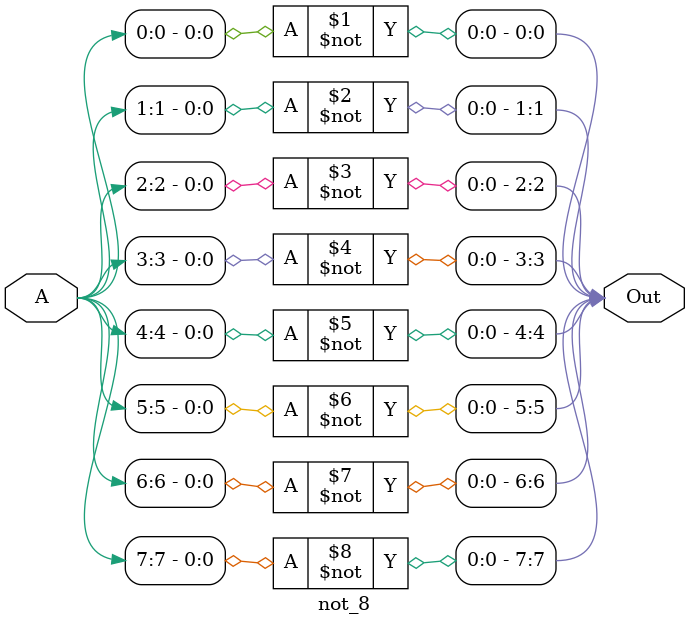
<source format=v>
module not_8(Out, A);
    input[7:0] A;
    output[7:0] Out;

    not NOT0(Out[0], A[0]);
    not NOT1(Out[1], A[1]);
    not NOT2(Out[2], A[2]);
    not NOT3(Out[3], A[3]);
    not NOT4(Out[4], A[4]);
    not NOT5(Out[5], A[5]);
    not NOT6(Out[6], A[6]);
    not NOT7(Out[7], A[7]);
endmodule
</source>
